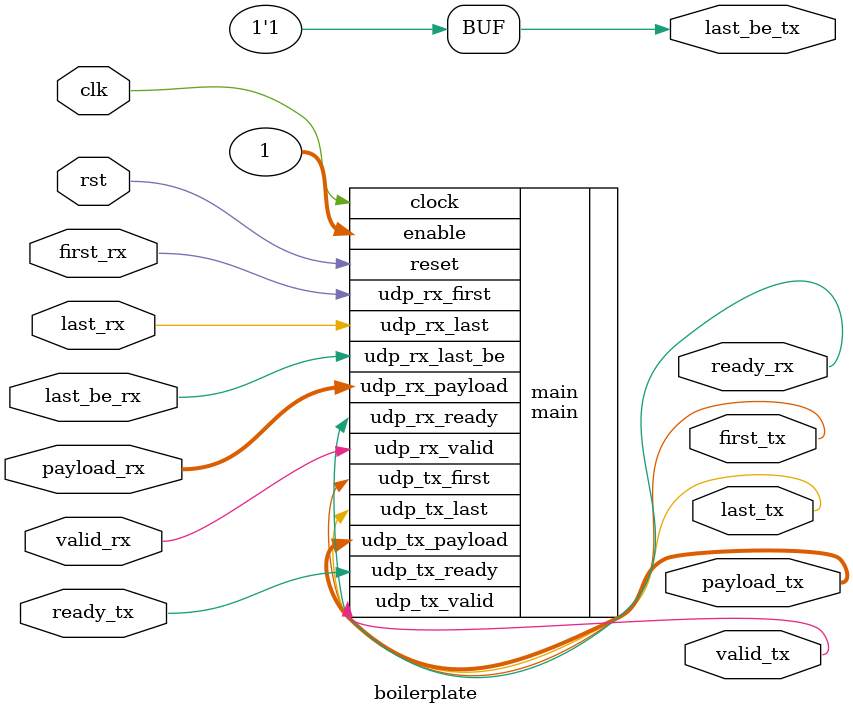
<source format=v>
`timescale 1ns / 1ps

module boilerplate (
    input wire clk,
    input wire rst, 

    input wire valid_rx,
    output wire ready_rx,
    input wire first_rx,
    input wire last_rx,
    input wire [7:0] payload_rx,
    input wire last_be_rx,

    output wire valid_tx,
    input wire ready_tx,
    output wire first_tx,
    output wire last_tx,
    output wire [7:0] payload_tx,
    output wire last_be_tx
);

    always @(posedge clk) begin
        if (valid_rx) begin
            $display("%0t | RX Data: Valid: %b, Ready: %b, First: %b, Last: %b, Payload: %h, Last BE: %b", 
                    $time, valid_rx, ready_rx, first_rx, last_rx, payload_rx, last_be_rx);
        end
        if (valid_tx) begin
            $display("%0t | TX Data: Valid: %b, Ready: %b, First: %b, Last: %b, Payload: %h, Last BE: %b", 
                    $time, valid_tx, ready_tx, first_tx, last_tx, payload_tx, last_be_tx);
        end
    end

    main main(
        .clock(clk),
        .reset(rst),
        .enable(1),
        .udp_rx_valid(valid_rx),
        .udp_rx_first(first_rx),
        .udp_rx_last(last_rx),
        .udp_rx_payload(payload_rx),
        .udp_rx_last_be(last_be_rx),
        .udp_tx_ready(ready_tx),

        .udp_tx_valid(valid_tx),
        .udp_tx_first(first_tx),
        .udp_tx_last(last_tx),
        .udp_tx_payload(payload_tx),
        .udp_rx_ready(ready_rx)
    );

    assign last_be_tx = 1'b1;
endmodule

</source>
